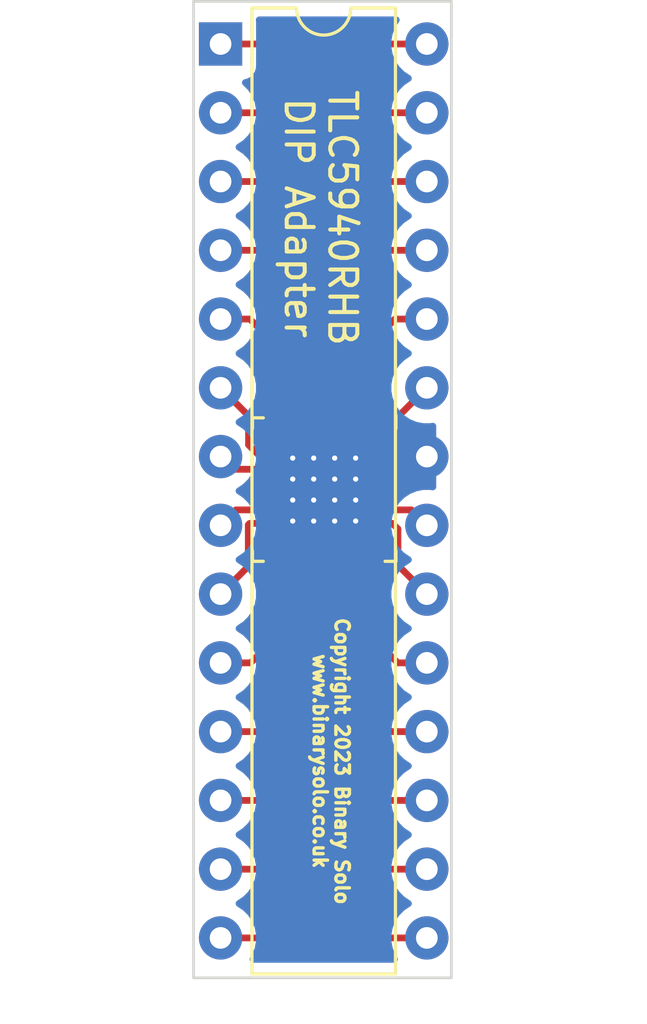
<source format=kicad_pcb>
(kicad_pcb (version 20171130) (host pcbnew 5.1.6-c6e7f7d~87~ubuntu18.04.1)

  (general
    (thickness 1.6)
    (drawings 6)
    (tracks 88)
    (zones 0)
    (modules 2)
    (nets 33)
  )

  (page A4)
  (title_block
    (title " TLC5940RHB DIP Adapter")
    (date 2023-11-02)
    (rev 1.0)
    (company "Binary Solo")
    (comment 1 www.binarysolo.co.uk)
  )

  (layers
    (0 F.Cu signal)
    (31 B.Cu signal)
    (32 B.Adhes user)
    (33 F.Adhes user)
    (34 B.Paste user)
    (35 F.Paste user)
    (36 B.SilkS user)
    (37 F.SilkS user)
    (38 B.Mask user)
    (39 F.Mask user)
    (40 Dwgs.User user)
    (41 Cmts.User user)
    (42 Eco1.User user)
    (43 Eco2.User user)
    (44 Edge.Cuts user)
    (45 Margin user)
    (46 B.CrtYd user)
    (47 F.CrtYd user)
    (48 B.Fab user)
    (49 F.Fab user)
  )

  (setup
    (last_trace_width 0.25)
    (trace_clearance 0.1)
    (zone_clearance 0.508)
    (zone_45_only no)
    (trace_min 0.2)
    (via_size 0.8)
    (via_drill 0.4)
    (via_min_size 0.4)
    (via_min_drill 0.3)
    (uvia_size 0.3)
    (uvia_drill 0.1)
    (uvias_allowed no)
    (uvia_min_size 0.2)
    (uvia_min_drill 0.1)
    (edge_width 0.05)
    (segment_width 0.2)
    (pcb_text_width 0.3)
    (pcb_text_size 1.5 1.5)
    (mod_edge_width 0.12)
    (mod_text_size 1 1)
    (mod_text_width 0.15)
    (pad_size 1.524 1.524)
    (pad_drill 0.762)
    (pad_to_mask_clearance 0.05)
    (aux_axis_origin 0 0)
    (visible_elements FFFFFF7F)
    (pcbplotparams
      (layerselection 0x010fc_ffffffff)
      (usegerberextensions false)
      (usegerberattributes true)
      (usegerberadvancedattributes true)
      (creategerberjobfile true)
      (excludeedgelayer true)
      (linewidth 0.100000)
      (plotframeref false)
      (viasonmask false)
      (mode 1)
      (useauxorigin false)
      (hpglpennumber 1)
      (hpglpenspeed 20)
      (hpglpendiameter 15.000000)
      (psnegative false)
      (psa4output false)
      (plotreference true)
      (plotvalue true)
      (plotinvisibletext false)
      (padsonsilk false)
      (subtractmaskfromsilk false)
      (outputformat 1)
      (mirror false)
      (drillshape 1)
      (scaleselection 1)
      (outputdirectory ""))
  )

  (net 0 "")
  (net 1 /OUT1)
  (net 2 /OUT15)
  (net 3 /OUT2)
  (net 4 /XERR)
  (net 5 /OUT3)
  (net 6 /SOUT)
  (net 7 /OUT4)
  (net 8 /GSCLK)
  (net 9 /OUT5)
  (net 10 /DCPRG)
  (net 11 /OUT6)
  (net 12 /IREF)
  (net 13 /OUT7)
  (net 14 VCC)
  (net 15 /OUT8)
  (net 16 GND)
  (net 17 /OUT9)
  (net 18 /BLANK)
  (net 19 /OUT10)
  (net 20 /XLAT)
  (net 21 /OUT11)
  (net 22 /SCLK)
  (net 23 /OUT12)
  (net 24 /SIN)
  (net 25 /OUT13)
  (net 26 /VPRG)
  (net 27 /OUT14)
  (net 28 /OUT0)
  (net 29 "Net-(U1-Pad12)")
  (net 30 "Net-(U1-Pad13)")
  (net 31 "Net-(U1-Pad28)")
  (net 32 "Net-(U1-Pad29)")

  (net_class Default "This is the default net class."
    (clearance 0.1)
    (trace_width 0.25)
    (via_dia 0.8)
    (via_drill 0.4)
    (uvia_dia 0.3)
    (uvia_drill 0.1)
    (add_net /BLANK)
    (add_net /DCPRG)
    (add_net /GSCLK)
    (add_net /IREF)
    (add_net /OUT0)
    (add_net /OUT1)
    (add_net /OUT10)
    (add_net /OUT11)
    (add_net /OUT12)
    (add_net /OUT13)
    (add_net /OUT14)
    (add_net /OUT15)
    (add_net /OUT2)
    (add_net /OUT3)
    (add_net /OUT4)
    (add_net /OUT5)
    (add_net /OUT6)
    (add_net /OUT7)
    (add_net /OUT8)
    (add_net /OUT9)
    (add_net /SCLK)
    (add_net /SIN)
    (add_net /SOUT)
    (add_net /VPRG)
    (add_net /XERR)
    (add_net /XLAT)
    (add_net GND)
    (add_net "Net-(U1-Pad12)")
    (add_net "Net-(U1-Pad13)")
    (add_net "Net-(U1-Pad28)")
    (add_net "Net-(U1-Pad29)")
    (add_net VCC)
  )

  (module tlc5940nt_dip_adapter:QFN-32_EP_5x5_Pitch0.5mm (layer F.Cu) (tedit 6543ADF3) (tstamp 65440A4B)
    (at 144.145 93.726 270)
    (path /654413F1)
    (attr smd)
    (fp_text reference U1 (at 4.064 -0.127 180) (layer F.SilkS) hide
      (effects (font (size 1 1) (thickness 0.15)))
    )
    (fp_text value TLC5940RHB (at 0 4 90) (layer F.Fab)
      (effects (font (size 1 1) (thickness 0.15)))
    )
    (fp_line (start -1.5 -2.5) (end -2.5 -1.5) (layer F.Fab) (width 0.15))
    (fp_line (start -2.5 -1.5) (end -2.5 2.5) (layer F.Fab) (width 0.15))
    (fp_line (start -2.5 2.5) (end 2.5 2.5) (layer F.Fab) (width 0.15))
    (fp_line (start 2.5 2.5) (end 2.5 -2.5) (layer F.Fab) (width 0.15))
    (fp_line (start 2.5 -2.5) (end -1.5 -2.5) (layer F.Fab) (width 0.15))
    (fp_line (start 2.25 -2.65) (end 2.65 -2.65) (layer F.SilkS) (width 0.12))
    (fp_line (start 2.65 -2.65) (end 2.65 -2.25) (layer F.SilkS) (width 0.12))
    (fp_line (start 2.25 2.65) (end 2.65 2.65) (layer F.SilkS) (width 0.12))
    (fp_line (start 2.65 2.65) (end 2.65 2.25) (layer F.SilkS) (width 0.12))
    (fp_line (start -2.25 2.65) (end -2.65 2.65) (layer F.SilkS) (width 0.12))
    (fp_line (start -2.65 2.65) (end -2.65 2.25) (layer F.SilkS) (width 0.12))
    (fp_line (start -2.25 -2.65) (end -2.75 -2.65) (layer F.SilkS) (width 0.12))
    (pad 33 thru_hole circle (at 1.1625 1.1625 270) (size 0.3875 0.3875) (drill 0.19375) (layers *.Cu *.Mask)
      (net 16 GND))
    (pad 33 thru_hole circle (at 1.1625 0.3875 270) (size 0.3875 0.3875) (drill 0.19375) (layers *.Cu *.Mask)
      (net 16 GND))
    (pad 33 thru_hole circle (at 1.1625 -0.3875 270) (size 0.3875 0.3875) (drill 0.19375) (layers *.Cu *.Mask)
      (net 16 GND))
    (pad 33 thru_hole circle (at 1.1625 -1.1625 270) (size 0.3875 0.3875) (drill 0.19375) (layers *.Cu *.Mask)
      (net 16 GND))
    (pad 33 thru_hole circle (at 0.3875 1.1625 270) (size 0.3875 0.3875) (drill 0.19375) (layers *.Cu *.Mask)
      (net 16 GND))
    (pad 33 thru_hole circle (at 0.3875 0.3875 270) (size 0.3875 0.3875) (drill 0.19375) (layers *.Cu *.Mask)
      (net 16 GND))
    (pad 33 thru_hole circle (at 0.3875 -0.3875 270) (size 0.3875 0.3875) (drill 0.19375) (layers *.Cu *.Mask)
      (net 16 GND))
    (pad 33 thru_hole circle (at 0.3875 -1.1625 270) (size 0.3875 0.3875) (drill 0.19375) (layers *.Cu *.Mask)
      (net 16 GND))
    (pad 33 thru_hole circle (at -0.3875 1.1625 270) (size 0.3875 0.3875) (drill 0.19375) (layers *.Cu *.Mask)
      (net 16 GND))
    (pad 33 thru_hole circle (at -0.3875 0.3875 270) (size 0.3875 0.3875) (drill 0.19375) (layers *.Cu *.Mask)
      (net 16 GND))
    (pad 33 thru_hole circle (at -0.3875 -0.3875 270) (size 0.3875 0.3875) (drill 0.19375) (layers *.Cu *.Mask)
      (net 16 GND))
    (pad 33 thru_hole circle (at -0.3875 -1.1625 270) (size 0.3875 0.3875) (drill 0.19375) (layers *.Cu *.Mask)
      (net 16 GND))
    (pad 33 thru_hole circle (at -1.1625 1.1625 270) (size 0.3875 0.3875) (drill 0.19375) (layers *.Cu *.Mask)
      (net 16 GND))
    (pad 33 thru_hole circle (at -1.1625 0.3875 270) (size 0.3875 0.3875) (drill 0.19375) (layers *.Cu *.Mask)
      (net 16 GND))
    (pad 33 thru_hole circle (at -1.1625 -0.3875 270) (size 0.3875 0.3875) (drill 0.19375) (layers *.Cu *.Mask)
      (net 16 GND))
    (pad 33 thru_hole circle (at -1.1625 -1.1625 270) (size 0.3875 0.3875) (drill 0.19375) (layers *.Cu *.Mask)
      (net 16 GND))
    (pad 33 smd rect (at 1.1625 1.1625 270) (size 0.775 0.775) (layers F.Cu F.Paste F.Mask)
      (net 16 GND) (solder_paste_margin -0.75))
    (pad 33 smd rect (at 1.1625 0.3875 270) (size 0.775 0.775) (layers F.Cu F.Paste F.Mask)
      (net 16 GND) (solder_paste_margin -0.75))
    (pad 33 smd rect (at 1.1625 -0.3875 270) (size 0.775 0.775) (layers F.Cu F.Paste F.Mask)
      (net 16 GND) (solder_paste_margin -0.75))
    (pad 33 smd rect (at 1.1625 -1.1625 270) (size 0.775 0.775) (layers F.Cu F.Paste F.Mask)
      (net 16 GND) (solder_paste_margin -0.75))
    (pad 33 smd rect (at 0.3875 1.1625 270) (size 0.775 0.775) (layers F.Cu F.Paste F.Mask)
      (net 16 GND) (solder_paste_margin -0.75))
    (pad 33 smd rect (at 0.3875 0.3875 270) (size 0.775 0.775) (layers F.Cu F.Paste F.Mask)
      (net 16 GND) (solder_paste_margin -0.75))
    (pad 33 smd rect (at 0.3875 -0.3875 270) (size 0.775 0.775) (layers F.Cu F.Paste F.Mask)
      (net 16 GND) (solder_paste_margin -0.75))
    (pad 33 smd rect (at 0.3875 -1.1625 270) (size 0.775 0.775) (layers F.Cu F.Paste F.Mask)
      (net 16 GND) (solder_paste_margin -0.75))
    (pad 33 smd rect (at -0.3875 1.1625 270) (size 0.775 0.775) (layers F.Cu F.Paste F.Mask)
      (net 16 GND) (solder_paste_margin -0.75))
    (pad 33 smd rect (at -0.3875 0.3875 270) (size 0.775 0.775) (layers F.Cu F.Paste F.Mask)
      (net 16 GND) (solder_paste_margin -0.75))
    (pad 33 smd rect (at -0.3875 -0.3875 270) (size 0.775 0.775) (layers F.Cu F.Paste F.Mask)
      (net 16 GND) (solder_paste_margin -0.75))
    (pad 33 smd rect (at -0.3875 -1.1625 270) (size 0.775 0.775) (layers F.Cu F.Paste F.Mask)
      (net 16 GND) (solder_paste_margin -0.75))
    (pad 33 smd rect (at -1.1625 1.1625 270) (size 0.775 0.775) (layers F.Cu F.Paste F.Mask)
      (net 16 GND) (solder_paste_margin -0.75))
    (pad 33 smd rect (at -1.1625 0.3875 270) (size 0.775 0.775) (layers F.Cu F.Paste F.Mask)
      (net 16 GND) (solder_paste_margin -0.75))
    (pad 33 smd rect (at -1.1625 -0.3875 270) (size 0.775 0.775) (layers F.Cu F.Paste F.Mask)
      (net 16 GND) (solder_paste_margin -0.75))
    (pad 33 smd rect (at -1.1625 -1.1625 270) (size 0.775 0.775) (layers F.Cu F.Paste F.Mask)
      (net 16 GND) (solder_paste_margin -0.75))
    (pad 32 smd oval (at -1.75 -2.25 270) (size 0.3 0.5) (layers F.Cu F.Paste F.Mask)
      (net 20 /XLAT))
    (pad 31 smd oval (at -1.25 -2.25 270) (size 0.3 0.5) (layers F.Cu F.Paste F.Mask)
      (net 18 /BLANK))
    (pad 30 smd oval (at -0.75 -2.25 270) (size 0.3 0.5) (layers F.Cu F.Paste F.Mask)
      (net 16 GND))
    (pad 29 smd oval (at -0.25 -2.25 270) (size 0.3 0.5) (layers F.Cu F.Paste F.Mask)
      (net 32 "Net-(U1-Pad29)"))
    (pad 28 smd oval (at 0.25 -2.25 270) (size 0.3 0.5) (layers F.Cu F.Paste F.Mask)
      (net 31 "Net-(U1-Pad28)"))
    (pad 27 smd oval (at 0.75 -2.25 270) (size 0.3 0.5) (layers F.Cu F.Paste F.Mask)
      (net 14 VCC))
    (pad 26 smd oval (at 1.25 -2.25 270) (size 0.3 0.5) (layers F.Cu F.Paste F.Mask)
      (net 12 /IREF))
    (pad 25 smd oval (at 1.75 -2.25 270) (size 0.3 0.5) (layers F.Cu F.Paste F.Mask)
      (net 10 /DCPRG))
    (pad 24 smd oval (at 2.25 -1.75) (size 0.3 0.5) (layers F.Cu F.Paste F.Mask)
      (net 8 /GSCLK))
    (pad 23 smd oval (at 2.25 -1.25) (size 0.3 0.5) (layers F.Cu F.Paste F.Mask)
      (net 6 /SOUT))
    (pad 22 smd oval (at 2.25 -0.75) (size 0.3 0.5) (layers F.Cu F.Paste F.Mask)
      (net 4 /XERR))
    (pad 21 smd oval (at 2.25 -0.25) (size 0.3 0.5) (layers F.Cu F.Paste F.Mask)
      (net 2 /OUT15))
    (pad 20 smd oval (at 2.25 0.25) (size 0.3 0.5) (layers F.Cu F.Paste F.Mask)
      (net 27 /OUT14))
    (pad 19 smd oval (at 2.25 0.75) (size 0.3 0.5) (layers F.Cu F.Paste F.Mask)
      (net 25 /OUT13))
    (pad 18 smd oval (at 2.25 1.25) (size 0.3 0.5) (layers F.Cu F.Paste F.Mask)
      (net 23 /OUT12))
    (pad 17 smd oval (at 2.25 1.75) (size 0.3 0.5) (layers F.Cu F.Paste F.Mask)
      (net 21 /OUT11))
    (pad 16 smd oval (at 1.75 2.25 270) (size 0.3 0.5) (layers F.Cu F.Paste F.Mask)
      (net 19 /OUT10))
    (pad 15 smd oval (at 1.25 2.25 270) (size 0.3 0.5) (layers F.Cu F.Paste F.Mask)
      (net 17 /OUT9))
    (pad 14 smd oval (at 0.75 2.25 270) (size 0.3 0.5) (layers F.Cu F.Paste F.Mask)
      (net 15 /OUT8))
    (pad 13 smd oval (at 0.25 2.25 270) (size 0.3 0.5) (layers F.Cu F.Paste F.Mask)
      (net 30 "Net-(U1-Pad13)"))
    (pad 12 smd oval (at -0.25 2.25 270) (size 0.3 0.5) (layers F.Cu F.Paste F.Mask)
      (net 29 "Net-(U1-Pad12)"))
    (pad 11 smd oval (at -0.75 2.25 270) (size 0.3 0.5) (layers F.Cu F.Paste F.Mask)
      (net 13 /OUT7))
    (pad 10 smd oval (at -1.25 2.25 270) (size 0.3 0.5) (layers F.Cu F.Paste F.Mask)
      (net 11 /OUT6))
    (pad 9 smd oval (at -1.75 2.25 270) (size 0.3 0.5) (layers F.Cu F.Paste F.Mask)
      (net 9 /OUT5))
    (pad 8 smd oval (at -2.25 1.75) (size 0.3 0.5) (layers F.Cu F.Paste F.Mask)
      (net 7 /OUT4))
    (pad 7 smd oval (at -2.25 1.25) (size 0.3 0.5) (layers F.Cu F.Paste F.Mask)
      (net 5 /OUT3))
    (pad 6 smd oval (at -2.25 0.75) (size 0.3 0.5) (layers F.Cu F.Paste F.Mask)
      (net 3 /OUT2))
    (pad 5 smd oval (at -2.25 0.25) (size 0.3 0.5) (layers F.Cu F.Paste F.Mask)
      (net 1 /OUT1))
    (pad 4 smd oval (at -2.25 -0.25) (size 0.3 0.5) (layers F.Cu F.Paste F.Mask)
      (net 28 /OUT0))
    (pad 3 smd oval (at -2.25 -0.75) (size 0.3 0.5) (layers F.Cu F.Paste F.Mask)
      (net 26 /VPRG))
    (pad 2 smd oval (at -2.25 -1.25) (size 0.3 0.5) (layers F.Cu F.Paste F.Mask)
      (net 24 /SIN))
    (pad 1 smd oval (at -2.25 -1.75) (size 0.3 0.5) (layers F.Cu F.Paste F.Mask)
      (net 22 /SCLK))
  )

  (module Package_DIP:DIP-28_W7.62mm (layer F.Cu) (tedit 5A02E8C5) (tstamp 65440D31)
    (at 140.317001 77.267001)
    (descr "28-lead though-hole mounted DIP package, row spacing 7.62 mm (300 mils)")
    (tags "THT DIP DIL PDIP 2.54mm 7.62mm 300mil")
    (path /6544C65C)
    (fp_text reference J1 (at 3.81 -2.33) (layer F.SilkS) hide
      (effects (font (size 1 1) (thickness 0.15)))
    )
    (fp_text value Conn_02x14_Counter_Clockwise (at 3.81 35.35) (layer F.Fab)
      (effects (font (size 1 1) (thickness 0.15)))
    )
    (fp_line (start 8.7 -1.55) (end -1.1 -1.55) (layer F.CrtYd) (width 0.05))
    (fp_line (start 8.7 34.55) (end 8.7 -1.55) (layer F.CrtYd) (width 0.05))
    (fp_line (start -1.1 34.55) (end 8.7 34.55) (layer F.CrtYd) (width 0.05))
    (fp_line (start -1.1 -1.55) (end -1.1 34.55) (layer F.CrtYd) (width 0.05))
    (fp_line (start 6.46 -1.33) (end 4.81 -1.33) (layer F.SilkS) (width 0.12))
    (fp_line (start 6.46 34.35) (end 6.46 -1.33) (layer F.SilkS) (width 0.12))
    (fp_line (start 1.16 34.35) (end 6.46 34.35) (layer F.SilkS) (width 0.12))
    (fp_line (start 1.16 -1.33) (end 1.16 34.35) (layer F.SilkS) (width 0.12))
    (fp_line (start 2.81 -1.33) (end 1.16 -1.33) (layer F.SilkS) (width 0.12))
    (fp_line (start 0.635 -0.27) (end 1.635 -1.27) (layer F.Fab) (width 0.1))
    (fp_line (start 0.635 34.29) (end 0.635 -0.27) (layer F.Fab) (width 0.1))
    (fp_line (start 6.985 34.29) (end 0.635 34.29) (layer F.Fab) (width 0.1))
    (fp_line (start 6.985 -1.27) (end 6.985 34.29) (layer F.Fab) (width 0.1))
    (fp_line (start 1.635 -1.27) (end 6.985 -1.27) (layer F.Fab) (width 0.1))
    (fp_arc (start 3.81 -1.33) (end 2.81 -1.33) (angle -180) (layer F.SilkS) (width 0.12))
    (fp_text user %R (at 3.81 16.51) (layer F.Fab)
      (effects (font (size 1 1) (thickness 0.15)))
    )
    (pad 1 thru_hole rect (at 0 0) (size 1.6 1.6) (drill 0.8) (layers *.Cu *.Mask)
      (net 1 /OUT1))
    (pad 15 thru_hole oval (at 7.62 33.02) (size 1.6 1.6) (drill 0.8) (layers *.Cu *.Mask)
      (net 2 /OUT15))
    (pad 2 thru_hole oval (at 0 2.54) (size 1.6 1.6) (drill 0.8) (layers *.Cu *.Mask)
      (net 3 /OUT2))
    (pad 16 thru_hole oval (at 7.62 30.48) (size 1.6 1.6) (drill 0.8) (layers *.Cu *.Mask)
      (net 4 /XERR))
    (pad 3 thru_hole oval (at 0 5.08) (size 1.6 1.6) (drill 0.8) (layers *.Cu *.Mask)
      (net 5 /OUT3))
    (pad 17 thru_hole oval (at 7.62 27.94) (size 1.6 1.6) (drill 0.8) (layers *.Cu *.Mask)
      (net 6 /SOUT))
    (pad 4 thru_hole oval (at 0 7.62) (size 1.6 1.6) (drill 0.8) (layers *.Cu *.Mask)
      (net 7 /OUT4))
    (pad 18 thru_hole oval (at 7.62 25.4) (size 1.6 1.6) (drill 0.8) (layers *.Cu *.Mask)
      (net 8 /GSCLK))
    (pad 5 thru_hole oval (at 0 10.16) (size 1.6 1.6) (drill 0.8) (layers *.Cu *.Mask)
      (net 9 /OUT5))
    (pad 19 thru_hole oval (at 7.62 22.86) (size 1.6 1.6) (drill 0.8) (layers *.Cu *.Mask)
      (net 10 /DCPRG))
    (pad 6 thru_hole oval (at 0 12.7) (size 1.6 1.6) (drill 0.8) (layers *.Cu *.Mask)
      (net 11 /OUT6))
    (pad 20 thru_hole oval (at 7.62 20.32) (size 1.6 1.6) (drill 0.8) (layers *.Cu *.Mask)
      (net 12 /IREF))
    (pad 7 thru_hole oval (at 0 15.24) (size 1.6 1.6) (drill 0.8) (layers *.Cu *.Mask)
      (net 13 /OUT7))
    (pad 21 thru_hole oval (at 7.62 17.78) (size 1.6 1.6) (drill 0.8) (layers *.Cu *.Mask)
      (net 14 VCC))
    (pad 8 thru_hole oval (at 0 17.78) (size 1.6 1.6) (drill 0.8) (layers *.Cu *.Mask)
      (net 15 /OUT8))
    (pad 22 thru_hole oval (at 7.62 15.24) (size 1.6 1.6) (drill 0.8) (layers *.Cu *.Mask)
      (net 16 GND))
    (pad 9 thru_hole oval (at 0 20.32) (size 1.6 1.6) (drill 0.8) (layers *.Cu *.Mask)
      (net 17 /OUT9))
    (pad 23 thru_hole oval (at 7.62 12.7) (size 1.6 1.6) (drill 0.8) (layers *.Cu *.Mask)
      (net 18 /BLANK))
    (pad 10 thru_hole oval (at 0 22.86) (size 1.6 1.6) (drill 0.8) (layers *.Cu *.Mask)
      (net 19 /OUT10))
    (pad 24 thru_hole oval (at 7.62 10.16) (size 1.6 1.6) (drill 0.8) (layers *.Cu *.Mask)
      (net 20 /XLAT))
    (pad 11 thru_hole oval (at 0 25.4) (size 1.6 1.6) (drill 0.8) (layers *.Cu *.Mask)
      (net 21 /OUT11))
    (pad 25 thru_hole oval (at 7.62 7.62) (size 1.6 1.6) (drill 0.8) (layers *.Cu *.Mask)
      (net 22 /SCLK))
    (pad 12 thru_hole oval (at 0 27.94) (size 1.6 1.6) (drill 0.8) (layers *.Cu *.Mask)
      (net 23 /OUT12))
    (pad 26 thru_hole oval (at 7.62 5.08) (size 1.6 1.6) (drill 0.8) (layers *.Cu *.Mask)
      (net 24 /SIN))
    (pad 13 thru_hole oval (at 0 30.48) (size 1.6 1.6) (drill 0.8) (layers *.Cu *.Mask)
      (net 25 /OUT13))
    (pad 27 thru_hole oval (at 7.62 2.54) (size 1.6 1.6) (drill 0.8) (layers *.Cu *.Mask)
      (net 26 /VPRG))
    (pad 14 thru_hole oval (at 0 33.02) (size 1.6 1.6) (drill 0.8) (layers *.Cu *.Mask)
      (net 27 /OUT14))
    (pad 28 thru_hole oval (at 7.62 0) (size 1.6 1.6) (drill 0.8) (layers *.Cu *.Mask)
      (net 28 /OUT0))
    (model ${KISYS3DMOD}/Package_DIP.3dshapes/DIP-28_W7.62mm.wrl
      (at (xyz 0 0 0))
      (scale (xyz 1 1 1))
      (rotate (xyz 0 0 0))
    )
  )

  (gr_text "Copyright 2023 Binary Solo\nwww.binarysolo.co.uk" (at 144.399 103.759 270) (layer F.SilkS)
    (effects (font (size 0.5 0.5) (thickness 0.125)))
  )
  (gr_text "TLC5940RHB\nDIP Adapter" (at 144.018 83.693 270) (layer F.SilkS)
    (effects (font (size 1 1) (thickness 0.15)))
  )
  (gr_line (start 148.844 75.692) (end 148.844 111.76) (layer Edge.Cuts) (width 0.1))
  (gr_line (start 139.319 75.692) (end 148.844 75.692) (layer Edge.Cuts) (width 0.1))
  (gr_line (start 139.319 111.76) (end 139.319 75.692) (layer Edge.Cuts) (width 0.1))
  (gr_line (start 148.844 111.76) (end 139.319 111.76) (layer Edge.Cuts) (width 0.1))

  (segment (start 143.434001 77.267001) (end 140.317001 77.267001) (width 0.25) (layer F.Cu) (net 1))
  (segment (start 143.895 91.476) (end 143.895 77.728) (width 0.25) (layer F.Cu) (net 1))
  (segment (start 143.895 77.728) (end 143.434001 77.267001) (width 0.25) (layer F.Cu) (net 1))
  (segment (start 144.395 95.976) (end 144.395 109.597) (width 0.25) (layer F.Cu) (net 2))
  (segment (start 145.085001 110.287001) (end 147.937001 110.287001) (width 0.25) (layer F.Cu) (net 2))
  (segment (start 144.395 109.597) (end 145.085001 110.287001) (width 0.25) (layer F.Cu) (net 2))
  (segment (start 142.799001 79.807001) (end 140.317001 79.807001) (width 0.25) (layer F.Cu) (net 3))
  (segment (start 143.395 91.476) (end 143.395 80.403) (width 0.25) (layer F.Cu) (net 3))
  (segment (start 143.395 80.403) (end 142.799001 79.807001) (width 0.25) (layer F.Cu) (net 3))
  (segment (start 144.895 95.976) (end 144.895 107.049) (width 0.25) (layer F.Cu) (net 4))
  (segment (start 145.593001 107.747001) (end 147.937001 107.747001) (width 0.25) (layer F.Cu) (net 4))
  (segment (start 144.895 107.049) (end 145.593001 107.747001) (width 0.25) (layer F.Cu) (net 4))
  (segment (start 142.895 91.476) (end 142.895 82.951) (width 0.25) (layer F.Cu) (net 5))
  (segment (start 142.291001 82.347001) (end 140.317001 82.347001) (width 0.25) (layer F.Cu) (net 5))
  (segment (start 142.895 82.951) (end 142.291001 82.347001) (width 0.25) (layer F.Cu) (net 5))
  (segment (start 145.395 95.976) (end 145.395 104.501) (width 0.25) (layer F.Cu) (net 6))
  (segment (start 146.101001 105.207001) (end 147.937001 105.207001) (width 0.25) (layer F.Cu) (net 6))
  (segment (start 145.395 104.501) (end 146.101001 105.207001) (width 0.25) (layer F.Cu) (net 6))
  (segment (start 141.846501 84.887001) (end 140.317001 84.887001) (width 0.25) (layer F.Cu) (net 7))
  (segment (start 142.395 91.476) (end 142.395 85.4355) (width 0.25) (layer F.Cu) (net 7))
  (segment (start 142.395 85.4355) (end 141.846501 84.887001) (width 0.25) (layer F.Cu) (net 7))
  (segment (start 145.895 95.976) (end 145.895 101.953) (width 0.25) (layer F.Cu) (net 8))
  (segment (start 146.609001 102.667001) (end 147.937001 102.667001) (width 0.25) (layer F.Cu) (net 8))
  (segment (start 145.895 101.953) (end 146.609001 102.667001) (width 0.25) (layer F.Cu) (net 8))
  (segment (start 141.402001 87.427001) (end 140.317001 87.427001) (width 0.25) (layer F.Cu) (net 9))
  (segment (start 141.895 91.976) (end 141.895 87.92) (width 0.25) (layer F.Cu) (net 9))
  (segment (start 141.895 87.92) (end 141.402001 87.427001) (width 0.25) (layer F.Cu) (net 9))
  (segment (start 146.395 95.476) (end 146.395 99.659) (width 0.25) (layer F.Cu) (net 10))
  (segment (start 146.863001 100.127001) (end 147.937001 100.127001) (width 0.25) (layer F.Cu) (net 10))
  (segment (start 146.395 99.659) (end 146.863001 100.127001) (width 0.25) (layer F.Cu) (net 10))
  (segment (start 141.895 92.476) (end 141.752 92.476) (width 0.25) (layer F.Cu) (net 11))
  (segment (start 141.752 92.476) (end 141.351 92.075) (width 0.25) (layer F.Cu) (net 11))
  (segment (start 141.351 91.001) (end 140.317001 89.967001) (width 0.25) (layer F.Cu) (net 11))
  (segment (start 141.351 92.075) (end 141.351 91.001) (width 0.25) (layer F.Cu) (net 11))
  (segment (start 146.395 94.976) (end 146.665 94.976) (width 0.25) (layer F.Cu) (net 12))
  (segment (start 146.87001 95.18101) (end 146.87001 96.52001) (width 0.25) (layer F.Cu) (net 12))
  (segment (start 146.87001 96.52001) (end 147.937001 97.587001) (width 0.25) (layer F.Cu) (net 12))
  (segment (start 146.665 94.976) (end 146.87001 95.18101) (width 0.25) (layer F.Cu) (net 12))
  (segment (start 140.786 92.976) (end 140.317001 92.507001) (width 0.25) (layer F.Cu) (net 13))
  (segment (start 141.895 92.976) (end 140.786 92.976) (width 0.25) (layer F.Cu) (net 13))
  (segment (start 147.366 94.476) (end 147.937001 95.047001) (width 0.25) (layer F.Cu) (net 14))
  (segment (start 146.395 94.476) (end 147.366 94.476) (width 0.25) (layer F.Cu) (net 14))
  (segment (start 140.888002 94.476) (end 140.317001 95.047001) (width 0.25) (layer F.Cu) (net 15))
  (segment (start 141.895 94.476) (end 140.888002 94.476) (width 0.25) (layer F.Cu) (net 15))
  (segment (start 145.67 92.976) (end 145.3075 93.3385) (width 0.25) (layer F.Cu) (net 16))
  (segment (start 146.395 92.976) (end 145.67 92.976) (width 0.25) (layer F.Cu) (net 16))
  (segment (start 147.468002 92.976) (end 147.937001 92.507001) (width 0.25) (layer F.Cu) (net 16))
  (segment (start 146.395 92.976) (end 147.468002 92.976) (width 0.25) (layer F.Cu) (net 16))
  (segment (start 141.342002 96.562) (end 140.317001 97.587001) (width 0.25) (layer F.Cu) (net 17))
  (segment (start 141.342002 95.028998) (end 141.342002 96.562) (width 0.25) (layer F.Cu) (net 17))
  (segment (start 141.395 94.976) (end 141.342002 95.028998) (width 0.25) (layer F.Cu) (net 17))
  (segment (start 141.895 94.976) (end 141.395 94.976) (width 0.25) (layer F.Cu) (net 17))
  (segment (start 146.395 92.476) (end 146.538 92.476) (width 0.25) (layer F.Cu) (net 18))
  (segment (start 146.912 92.102) (end 146.912 90.992002) (width 0.25) (layer F.Cu) (net 18))
  (segment (start 146.912 90.992002) (end 147.937001 89.967001) (width 0.25) (layer F.Cu) (net 18))
  (segment (start 146.538 92.476) (end 146.912 92.102) (width 0.25) (layer F.Cu) (net 18))
  (segment (start 141.895 95.476) (end 141.895 99.659) (width 0.25) (layer F.Cu) (net 19))
  (segment (start 141.426999 100.127001) (end 140.317001 100.127001) (width 0.25) (layer F.Cu) (net 19))
  (segment (start 141.895 99.659) (end 141.426999 100.127001) (width 0.25) (layer F.Cu) (net 19))
  (segment (start 146.760999 87.427001) (end 147.937001 87.427001) (width 0.25) (layer F.Cu) (net 20))
  (segment (start 146.395 91.976) (end 146.395 87.793) (width 0.25) (layer F.Cu) (net 20))
  (segment (start 146.395 87.793) (end 146.760999 87.427001) (width 0.25) (layer F.Cu) (net 20))
  (segment (start 142.395 95.976) (end 142.395 102.08) (width 0.25) (layer F.Cu) (net 21))
  (segment (start 141.807999 102.667001) (end 140.317001 102.667001) (width 0.25) (layer F.Cu) (net 21))
  (segment (start 142.395 102.08) (end 141.807999 102.667001) (width 0.25) (layer F.Cu) (net 21))
  (segment (start 146.506999 84.887001) (end 147.937001 84.887001) (width 0.25) (layer F.Cu) (net 22))
  (segment (start 145.895 91.476) (end 145.895 85.499) (width 0.25) (layer F.Cu) (net 22))
  (segment (start 145.895 85.499) (end 146.506999 84.887001) (width 0.25) (layer F.Cu) (net 22))
  (segment (start 142.315999 105.207001) (end 140.317001 105.207001) (width 0.25) (layer F.Cu) (net 23))
  (segment (start 142.895 95.976) (end 142.895 104.628) (width 0.25) (layer F.Cu) (net 23))
  (segment (start 142.895 104.628) (end 142.315999 105.207001) (width 0.25) (layer F.Cu) (net 23))
  (segment (start 146.062499 82.347001) (end 147.937001 82.347001) (width 0.25) (layer F.Cu) (net 24))
  (segment (start 145.395 91.476) (end 145.395 83.0145) (width 0.25) (layer F.Cu) (net 24))
  (segment (start 145.395 83.0145) (end 146.062499 82.347001) (width 0.25) (layer F.Cu) (net 24))
  (segment (start 143.395 95.976) (end 143.395 107.176) (width 0.25) (layer F.Cu) (net 25))
  (segment (start 142.823999 107.747001) (end 140.317001 107.747001) (width 0.25) (layer F.Cu) (net 25))
  (segment (start 143.395 107.176) (end 142.823999 107.747001) (width 0.25) (layer F.Cu) (net 25))
  (segment (start 145.490999 79.807001) (end 147.937001 79.807001) (width 0.25) (layer F.Cu) (net 26))
  (segment (start 144.94499 80.35301) (end 145.490999 79.807001) (width 0.25) (layer F.Cu) (net 26))
  (segment (start 144.94499 91.14801) (end 144.94499 80.35301) (width 0.25) (layer F.Cu) (net 26))
  (segment (start 144.895 91.476) (end 144.895 91.198) (width 0.25) (layer F.Cu) (net 26))
  (segment (start 144.895 91.198) (end 144.94499 91.14801) (width 0.25) (layer F.Cu) (net 26))
  (segment (start 143.204999 110.287001) (end 140.317001 110.287001) (width 0.25) (layer F.Cu) (net 27))
  (segment (start 143.895 95.976) (end 143.895 109.597) (width 0.25) (layer F.Cu) (net 27))
  (segment (start 143.895 109.597) (end 143.204999 110.287001) (width 0.25) (layer F.Cu) (net 27))
  (segment (start 144.855999 77.267001) (end 147.937001 77.267001) (width 0.25) (layer F.Cu) (net 28))
  (segment (start 144.395 91.476) (end 144.395 77.728) (width 0.25) (layer F.Cu) (net 28))
  (segment (start 144.395 77.728) (end 144.855999 77.267001) (width 0.25) (layer F.Cu) (net 28))

  (zone (net 16) (net_name GND) (layer B.Cu) (tstamp 0) (hatch edge 0.508)
    (connect_pads yes (clearance 0.508))
    (min_thickness 0.254)
    (fill yes (arc_segments 32) (thermal_gap 0.508) (thermal_bridge_width 0.508))
    (polygon
      (pts
        (xy 148.971 111.76) (xy 139.192 111.76) (xy 139.192 75.692) (xy 148.971 75.692)
      )
    )
    (filled_polygon
      (pts
        (xy 146.665321 76.587274) (xy 146.557148 76.848427) (xy 146.502001 77.125666) (xy 146.502001 77.408336) (xy 146.557148 77.685575)
        (xy 146.665321 77.946728) (xy 146.822364 78.18176) (xy 147.022242 78.381638) (xy 147.25476 78.537001) (xy 147.022242 78.692364)
        (xy 146.822364 78.892242) (xy 146.665321 79.127274) (xy 146.557148 79.388427) (xy 146.502001 79.665666) (xy 146.502001 79.948336)
        (xy 146.557148 80.225575) (xy 146.665321 80.486728) (xy 146.822364 80.72176) (xy 147.022242 80.921638) (xy 147.25476 81.077001)
        (xy 147.022242 81.232364) (xy 146.822364 81.432242) (xy 146.665321 81.667274) (xy 146.557148 81.928427) (xy 146.502001 82.205666)
        (xy 146.502001 82.488336) (xy 146.557148 82.765575) (xy 146.665321 83.026728) (xy 146.822364 83.26176) (xy 147.022242 83.461638)
        (xy 147.25476 83.617001) (xy 147.022242 83.772364) (xy 146.822364 83.972242) (xy 146.665321 84.207274) (xy 146.557148 84.468427)
        (xy 146.502001 84.745666) (xy 146.502001 85.028336) (xy 146.557148 85.305575) (xy 146.665321 85.566728) (xy 146.822364 85.80176)
        (xy 147.022242 86.001638) (xy 147.25476 86.157001) (xy 147.022242 86.312364) (xy 146.822364 86.512242) (xy 146.665321 86.747274)
        (xy 146.557148 87.008427) (xy 146.502001 87.285666) (xy 146.502001 87.568336) (xy 146.557148 87.845575) (xy 146.665321 88.106728)
        (xy 146.822364 88.34176) (xy 147.022242 88.541638) (xy 147.25476 88.697001) (xy 147.022242 88.852364) (xy 146.822364 89.052242)
        (xy 146.665321 89.287274) (xy 146.557148 89.548427) (xy 146.502001 89.825666) (xy 146.502001 90.108336) (xy 146.557148 90.385575)
        (xy 146.665321 90.646728) (xy 146.822364 90.88176) (xy 147.022242 91.081638) (xy 147.257274 91.238681) (xy 147.518427 91.346854)
        (xy 147.795666 91.402001) (xy 148.078336 91.402001) (xy 148.159 91.385956) (xy 148.159 93.628046) (xy 148.078336 93.612001)
        (xy 147.795666 93.612001) (xy 147.518427 93.667148) (xy 147.257274 93.775321) (xy 147.022242 93.932364) (xy 146.822364 94.132242)
        (xy 146.665321 94.367274) (xy 146.557148 94.628427) (xy 146.502001 94.905666) (xy 146.502001 95.188336) (xy 146.557148 95.465575)
        (xy 146.665321 95.726728) (xy 146.822364 95.96176) (xy 147.022242 96.161638) (xy 147.25476 96.317001) (xy 147.022242 96.472364)
        (xy 146.822364 96.672242) (xy 146.665321 96.907274) (xy 146.557148 97.168427) (xy 146.502001 97.445666) (xy 146.502001 97.728336)
        (xy 146.557148 98.005575) (xy 146.665321 98.266728) (xy 146.822364 98.50176) (xy 147.022242 98.701638) (xy 147.25476 98.857001)
        (xy 147.022242 99.012364) (xy 146.822364 99.212242) (xy 146.665321 99.447274) (xy 146.557148 99.708427) (xy 146.502001 99.985666)
        (xy 146.502001 100.268336) (xy 146.557148 100.545575) (xy 146.665321 100.806728) (xy 146.822364 101.04176) (xy 147.022242 101.241638)
        (xy 147.25476 101.397001) (xy 147.022242 101.552364) (xy 146.822364 101.752242) (xy 146.665321 101.987274) (xy 146.557148 102.248427)
        (xy 146.502001 102.525666) (xy 146.502001 102.808336) (xy 146.557148 103.085575) (xy 146.665321 103.346728) (xy 146.822364 103.58176)
        (xy 147.022242 103.781638) (xy 147.25476 103.937001) (xy 147.022242 104.092364) (xy 146.822364 104.292242) (xy 146.665321 104.527274)
        (xy 146.557148 104.788427) (xy 146.502001 105.065666) (xy 146.502001 105.348336) (xy 146.557148 105.625575) (xy 146.665321 105.886728)
        (xy 146.822364 106.12176) (xy 147.022242 106.321638) (xy 147.25476 106.477001) (xy 147.022242 106.632364) (xy 146.822364 106.832242)
        (xy 146.665321 107.067274) (xy 146.557148 107.328427) (xy 146.502001 107.605666) (xy 146.502001 107.888336) (xy 146.557148 108.165575)
        (xy 146.665321 108.426728) (xy 146.822364 108.66176) (xy 147.022242 108.861638) (xy 147.25476 109.017001) (xy 147.022242 109.172364)
        (xy 146.822364 109.372242) (xy 146.665321 109.607274) (xy 146.557148 109.868427) (xy 146.502001 110.145666) (xy 146.502001 110.428336)
        (xy 146.557148 110.705575) (xy 146.665321 110.966728) (xy 146.737666 111.075) (xy 141.516336 111.075) (xy 141.588681 110.966728)
        (xy 141.696854 110.705575) (xy 141.752001 110.428336) (xy 141.752001 110.145666) (xy 141.696854 109.868427) (xy 141.588681 109.607274)
        (xy 141.431638 109.372242) (xy 141.23176 109.172364) (xy 140.999242 109.017001) (xy 141.23176 108.861638) (xy 141.431638 108.66176)
        (xy 141.588681 108.426728) (xy 141.696854 108.165575) (xy 141.752001 107.888336) (xy 141.752001 107.605666) (xy 141.696854 107.328427)
        (xy 141.588681 107.067274) (xy 141.431638 106.832242) (xy 141.23176 106.632364) (xy 140.999242 106.477001) (xy 141.23176 106.321638)
        (xy 141.431638 106.12176) (xy 141.588681 105.886728) (xy 141.696854 105.625575) (xy 141.752001 105.348336) (xy 141.752001 105.065666)
        (xy 141.696854 104.788427) (xy 141.588681 104.527274) (xy 141.431638 104.292242) (xy 141.23176 104.092364) (xy 140.999242 103.937001)
        (xy 141.23176 103.781638) (xy 141.431638 103.58176) (xy 141.588681 103.346728) (xy 141.696854 103.085575) (xy 141.752001 102.808336)
        (xy 141.752001 102.525666) (xy 141.696854 102.248427) (xy 141.588681 101.987274) (xy 141.431638 101.752242) (xy 141.23176 101.552364)
        (xy 140.999242 101.397001) (xy 141.23176 101.241638) (xy 141.431638 101.04176) (xy 141.588681 100.806728) (xy 141.696854 100.545575)
        (xy 141.752001 100.268336) (xy 141.752001 99.985666) (xy 141.696854 99.708427) (xy 141.588681 99.447274) (xy 141.431638 99.212242)
        (xy 141.23176 99.012364) (xy 140.999242 98.857001) (xy 141.23176 98.701638) (xy 141.431638 98.50176) (xy 141.588681 98.266728)
        (xy 141.696854 98.005575) (xy 141.752001 97.728336) (xy 141.752001 97.445666) (xy 141.696854 97.168427) (xy 141.588681 96.907274)
        (xy 141.431638 96.672242) (xy 141.23176 96.472364) (xy 140.999242 96.317001) (xy 141.23176 96.161638) (xy 141.431638 95.96176)
        (xy 141.588681 95.726728) (xy 141.696854 95.465575) (xy 141.752001 95.188336) (xy 141.752001 94.905666) (xy 141.696854 94.628427)
        (xy 141.588681 94.367274) (xy 141.431638 94.132242) (xy 141.23176 93.932364) (xy 140.999242 93.777001) (xy 141.23176 93.621638)
        (xy 141.431638 93.42176) (xy 141.588681 93.186728) (xy 141.696854 92.925575) (xy 141.752001 92.648336) (xy 141.752001 92.365666)
        (xy 141.696854 92.088427) (xy 141.588681 91.827274) (xy 141.431638 91.592242) (xy 141.23176 91.392364) (xy 140.999242 91.237001)
        (xy 141.23176 91.081638) (xy 141.431638 90.88176) (xy 141.588681 90.646728) (xy 141.696854 90.385575) (xy 141.752001 90.108336)
        (xy 141.752001 89.825666) (xy 141.696854 89.548427) (xy 141.588681 89.287274) (xy 141.431638 89.052242) (xy 141.23176 88.852364)
        (xy 140.999242 88.697001) (xy 141.23176 88.541638) (xy 141.431638 88.34176) (xy 141.588681 88.106728) (xy 141.696854 87.845575)
        (xy 141.752001 87.568336) (xy 141.752001 87.285666) (xy 141.696854 87.008427) (xy 141.588681 86.747274) (xy 141.431638 86.512242)
        (xy 141.23176 86.312364) (xy 140.999242 86.157001) (xy 141.23176 86.001638) (xy 141.431638 85.80176) (xy 141.588681 85.566728)
        (xy 141.696854 85.305575) (xy 141.752001 85.028336) (xy 141.752001 84.745666) (xy 141.696854 84.468427) (xy 141.588681 84.207274)
        (xy 141.431638 83.972242) (xy 141.23176 83.772364) (xy 140.999242 83.617001) (xy 141.23176 83.461638) (xy 141.431638 83.26176)
        (xy 141.588681 83.026728) (xy 141.696854 82.765575) (xy 141.752001 82.488336) (xy 141.752001 82.205666) (xy 141.696854 81.928427)
        (xy 141.588681 81.667274) (xy 141.431638 81.432242) (xy 141.23176 81.232364) (xy 140.999242 81.077001) (xy 141.23176 80.921638)
        (xy 141.431638 80.72176) (xy 141.588681 80.486728) (xy 141.696854 80.225575) (xy 141.752001 79.948336) (xy 141.752001 79.665666)
        (xy 141.696854 79.388427) (xy 141.588681 79.127274) (xy 141.431638 78.892242) (xy 141.23304 78.693644) (xy 141.241483 78.692813)
        (xy 141.361181 78.656503) (xy 141.471495 78.597538) (xy 141.568186 78.518186) (xy 141.647538 78.421495) (xy 141.706503 78.311181)
        (xy 141.742813 78.191483) (xy 141.755073 78.067001) (xy 141.755073 76.467001) (xy 141.746209 76.377) (xy 146.805821 76.377)
      )
    )
  )
)

</source>
